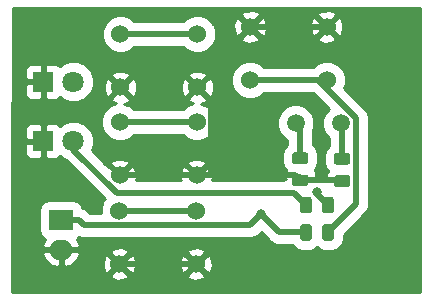
<source format=gbr>
G04 #@! TF.GenerationSoftware,KiCad,Pcbnew,(5.0.0)*
G04 #@! TF.CreationDate,2018-10-04T10:38:30-06:00*
G04 #@! TF.ProjectId,Medidor_lata,4D656469646F725F6C6174612E6B6963,rev?*
G04 #@! TF.SameCoordinates,Original*
G04 #@! TF.FileFunction,Copper,L1,Top,Signal*
G04 #@! TF.FilePolarity,Positive*
%FSLAX46Y46*%
G04 Gerber Fmt 4.6, Leading zero omitted, Abs format (unit mm)*
G04 Created by KiCad (PCBNEW (5.0.0)) date 10/04/18 10:38:30*
%MOMM*%
%LPD*%
G01*
G04 APERTURE LIST*
G04 #@! TA.AperFunction,ComponentPad*
%ADD10R,1.800000X1.800000*%
G04 #@! TD*
G04 #@! TA.AperFunction,ComponentPad*
%ADD11C,1.800000*%
G04 #@! TD*
G04 #@! TA.AperFunction,Conductor*
%ADD12C,0.100000*%
G04 #@! TD*
G04 #@! TA.AperFunction,SMDPad,CuDef*
%ADD13C,0.975000*%
G04 #@! TD*
G04 #@! TA.AperFunction,ComponentPad*
%ADD14C,1.524000*%
G04 #@! TD*
G04 #@! TA.AperFunction,ComponentPad*
%ADD15R,2.000000X1.700000*%
G04 #@! TD*
G04 #@! TA.AperFunction,ComponentPad*
%ADD16O,2.000000X1.700000*%
G04 #@! TD*
G04 #@! TA.AperFunction,ComponentPad*
%ADD17C,1.500000*%
G04 #@! TD*
G04 #@! TA.AperFunction,ViaPad*
%ADD18C,0.800000*%
G04 #@! TD*
G04 #@! TA.AperFunction,Conductor*
%ADD19C,0.500000*%
G04 #@! TD*
G04 #@! TA.AperFunction,Conductor*
%ADD20C,0.254000*%
G04 #@! TD*
G04 APERTURE END LIST*
D10*
G04 #@! TO.P,D2,1*
G04 #@! TO.N,GND*
X131801000Y-89941400D03*
D11*
G04 #@! TO.P,D2,2*
G04 #@! TO.N,Net-(D2-Pad2)*
X134341000Y-89941400D03*
G04 #@! TD*
D12*
G04 #@! TO.N,Net-(C2-Pad2)*
G04 #@! TO.C,C2*
G36*
X154023142Y-95934374D02*
X154046803Y-95937884D01*
X154070007Y-95943696D01*
X154092529Y-95951754D01*
X154114153Y-95961982D01*
X154134670Y-95974279D01*
X154153883Y-95988529D01*
X154171607Y-96004593D01*
X154187671Y-96022317D01*
X154201921Y-96041530D01*
X154214218Y-96062047D01*
X154224446Y-96083671D01*
X154232504Y-96106193D01*
X154238316Y-96129397D01*
X154241826Y-96153058D01*
X154243000Y-96176950D01*
X154243000Y-96664450D01*
X154241826Y-96688342D01*
X154238316Y-96712003D01*
X154232504Y-96735207D01*
X154224446Y-96757729D01*
X154214218Y-96779353D01*
X154201921Y-96799870D01*
X154187671Y-96819083D01*
X154171607Y-96836807D01*
X154153883Y-96852871D01*
X154134670Y-96867121D01*
X154114153Y-96879418D01*
X154092529Y-96889646D01*
X154070007Y-96897704D01*
X154046803Y-96903516D01*
X154023142Y-96907026D01*
X153999250Y-96908200D01*
X153086750Y-96908200D01*
X153062858Y-96907026D01*
X153039197Y-96903516D01*
X153015993Y-96897704D01*
X152993471Y-96889646D01*
X152971847Y-96879418D01*
X152951330Y-96867121D01*
X152932117Y-96852871D01*
X152914393Y-96836807D01*
X152898329Y-96819083D01*
X152884079Y-96799870D01*
X152871782Y-96779353D01*
X152861554Y-96757729D01*
X152853496Y-96735207D01*
X152847684Y-96712003D01*
X152844174Y-96688342D01*
X152843000Y-96664450D01*
X152843000Y-96176950D01*
X152844174Y-96153058D01*
X152847684Y-96129397D01*
X152853496Y-96106193D01*
X152861554Y-96083671D01*
X152871782Y-96062047D01*
X152884079Y-96041530D01*
X152898329Y-96022317D01*
X152914393Y-96004593D01*
X152932117Y-95988529D01*
X152951330Y-95974279D01*
X152971847Y-95961982D01*
X152993471Y-95951754D01*
X153015993Y-95943696D01*
X153039197Y-95937884D01*
X153062858Y-95934374D01*
X153086750Y-95933200D01*
X153999250Y-95933200D01*
X154023142Y-95934374D01*
X154023142Y-95934374D01*
G37*
D13*
G04 #@! TD*
G04 #@! TO.P,C2,2*
G04 #@! TO.N,Net-(C2-Pad2)*
X153543000Y-96420700D03*
D12*
G04 #@! TO.N,GND*
G04 #@! TO.C,C2*
G36*
X154023142Y-97809374D02*
X154046803Y-97812884D01*
X154070007Y-97818696D01*
X154092529Y-97826754D01*
X154114153Y-97836982D01*
X154134670Y-97849279D01*
X154153883Y-97863529D01*
X154171607Y-97879593D01*
X154187671Y-97897317D01*
X154201921Y-97916530D01*
X154214218Y-97937047D01*
X154224446Y-97958671D01*
X154232504Y-97981193D01*
X154238316Y-98004397D01*
X154241826Y-98028058D01*
X154243000Y-98051950D01*
X154243000Y-98539450D01*
X154241826Y-98563342D01*
X154238316Y-98587003D01*
X154232504Y-98610207D01*
X154224446Y-98632729D01*
X154214218Y-98654353D01*
X154201921Y-98674870D01*
X154187671Y-98694083D01*
X154171607Y-98711807D01*
X154153883Y-98727871D01*
X154134670Y-98742121D01*
X154114153Y-98754418D01*
X154092529Y-98764646D01*
X154070007Y-98772704D01*
X154046803Y-98778516D01*
X154023142Y-98782026D01*
X153999250Y-98783200D01*
X153086750Y-98783200D01*
X153062858Y-98782026D01*
X153039197Y-98778516D01*
X153015993Y-98772704D01*
X152993471Y-98764646D01*
X152971847Y-98754418D01*
X152951330Y-98742121D01*
X152932117Y-98727871D01*
X152914393Y-98711807D01*
X152898329Y-98694083D01*
X152884079Y-98674870D01*
X152871782Y-98654353D01*
X152861554Y-98632729D01*
X152853496Y-98610207D01*
X152847684Y-98587003D01*
X152844174Y-98563342D01*
X152843000Y-98539450D01*
X152843000Y-98051950D01*
X152844174Y-98028058D01*
X152847684Y-98004397D01*
X152853496Y-97981193D01*
X152861554Y-97958671D01*
X152871782Y-97937047D01*
X152884079Y-97916530D01*
X152898329Y-97897317D01*
X152914393Y-97879593D01*
X152932117Y-97863529D01*
X152951330Y-97849279D01*
X152971847Y-97836982D01*
X152993471Y-97826754D01*
X153015993Y-97818696D01*
X153039197Y-97812884D01*
X153062858Y-97809374D01*
X153086750Y-97808200D01*
X153999250Y-97808200D01*
X154023142Y-97809374D01*
X154023142Y-97809374D01*
G37*
D13*
G04 #@! TD*
G04 #@! TO.P,C2,1*
G04 #@! TO.N,GND*
X153543000Y-98295700D03*
D12*
G04 #@! TO.N,GND*
G04 #@! TO.C,C1*
G36*
X157579142Y-97860174D02*
X157602803Y-97863684D01*
X157626007Y-97869496D01*
X157648529Y-97877554D01*
X157670153Y-97887782D01*
X157690670Y-97900079D01*
X157709883Y-97914329D01*
X157727607Y-97930393D01*
X157743671Y-97948117D01*
X157757921Y-97967330D01*
X157770218Y-97987847D01*
X157780446Y-98009471D01*
X157788504Y-98031993D01*
X157794316Y-98055197D01*
X157797826Y-98078858D01*
X157799000Y-98102750D01*
X157799000Y-98590250D01*
X157797826Y-98614142D01*
X157794316Y-98637803D01*
X157788504Y-98661007D01*
X157780446Y-98683529D01*
X157770218Y-98705153D01*
X157757921Y-98725670D01*
X157743671Y-98744883D01*
X157727607Y-98762607D01*
X157709883Y-98778671D01*
X157690670Y-98792921D01*
X157670153Y-98805218D01*
X157648529Y-98815446D01*
X157626007Y-98823504D01*
X157602803Y-98829316D01*
X157579142Y-98832826D01*
X157555250Y-98834000D01*
X156642750Y-98834000D01*
X156618858Y-98832826D01*
X156595197Y-98829316D01*
X156571993Y-98823504D01*
X156549471Y-98815446D01*
X156527847Y-98805218D01*
X156507330Y-98792921D01*
X156488117Y-98778671D01*
X156470393Y-98762607D01*
X156454329Y-98744883D01*
X156440079Y-98725670D01*
X156427782Y-98705153D01*
X156417554Y-98683529D01*
X156409496Y-98661007D01*
X156403684Y-98637803D01*
X156400174Y-98614142D01*
X156399000Y-98590250D01*
X156399000Y-98102750D01*
X156400174Y-98078858D01*
X156403684Y-98055197D01*
X156409496Y-98031993D01*
X156417554Y-98009471D01*
X156427782Y-97987847D01*
X156440079Y-97967330D01*
X156454329Y-97948117D01*
X156470393Y-97930393D01*
X156488117Y-97914329D01*
X156507330Y-97900079D01*
X156527847Y-97887782D01*
X156549471Y-97877554D01*
X156571993Y-97869496D01*
X156595197Y-97863684D01*
X156618858Y-97860174D01*
X156642750Y-97859000D01*
X157555250Y-97859000D01*
X157579142Y-97860174D01*
X157579142Y-97860174D01*
G37*
D13*
G04 #@! TD*
G04 #@! TO.P,C1,1*
G04 #@! TO.N,GND*
X157099000Y-98346500D03*
D12*
G04 #@! TO.N,Net-(C1-Pad2)*
G04 #@! TO.C,C1*
G36*
X157579142Y-95985174D02*
X157602803Y-95988684D01*
X157626007Y-95994496D01*
X157648529Y-96002554D01*
X157670153Y-96012782D01*
X157690670Y-96025079D01*
X157709883Y-96039329D01*
X157727607Y-96055393D01*
X157743671Y-96073117D01*
X157757921Y-96092330D01*
X157770218Y-96112847D01*
X157780446Y-96134471D01*
X157788504Y-96156993D01*
X157794316Y-96180197D01*
X157797826Y-96203858D01*
X157799000Y-96227750D01*
X157799000Y-96715250D01*
X157797826Y-96739142D01*
X157794316Y-96762803D01*
X157788504Y-96786007D01*
X157780446Y-96808529D01*
X157770218Y-96830153D01*
X157757921Y-96850670D01*
X157743671Y-96869883D01*
X157727607Y-96887607D01*
X157709883Y-96903671D01*
X157690670Y-96917921D01*
X157670153Y-96930218D01*
X157648529Y-96940446D01*
X157626007Y-96948504D01*
X157602803Y-96954316D01*
X157579142Y-96957826D01*
X157555250Y-96959000D01*
X156642750Y-96959000D01*
X156618858Y-96957826D01*
X156595197Y-96954316D01*
X156571993Y-96948504D01*
X156549471Y-96940446D01*
X156527847Y-96930218D01*
X156507330Y-96917921D01*
X156488117Y-96903671D01*
X156470393Y-96887607D01*
X156454329Y-96869883D01*
X156440079Y-96850670D01*
X156427782Y-96830153D01*
X156417554Y-96808529D01*
X156409496Y-96786007D01*
X156403684Y-96762803D01*
X156400174Y-96739142D01*
X156399000Y-96715250D01*
X156399000Y-96227750D01*
X156400174Y-96203858D01*
X156403684Y-96180197D01*
X156409496Y-96156993D01*
X156417554Y-96134471D01*
X156427782Y-96112847D01*
X156440079Y-96092330D01*
X156454329Y-96073117D01*
X156470393Y-96055393D01*
X156488117Y-96039329D01*
X156507330Y-96025079D01*
X156527847Y-96012782D01*
X156549471Y-96002554D01*
X156571993Y-95994496D01*
X156595197Y-95988684D01*
X156618858Y-95985174D01*
X156642750Y-95984000D01*
X157555250Y-95984000D01*
X157579142Y-95985174D01*
X157579142Y-95985174D01*
G37*
D13*
G04 #@! TD*
G04 #@! TO.P,C1,2*
G04 #@! TO.N,Net-(C1-Pad2)*
X157099000Y-96471500D03*
D14*
G04 #@! TO.P,Sw4,1*
G04 #@! TO.N,Net-(Sw4-Pad1)*
X138330000Y-85913400D03*
X144830000Y-85913400D03*
G04 #@! TO.P,Sw4,2*
G04 #@! TO.N,GND*
X144830000Y-90413400D03*
X138330000Y-90413400D03*
G04 #@! TD*
G04 #@! TO.P,Sw3,2*
G04 #@! TO.N,GND*
X138279000Y-97855600D03*
X144779000Y-97855600D03*
G04 #@! TO.P,Sw3,1*
G04 #@! TO.N,Net-(Sw3-Pad1)*
X144779000Y-93355600D03*
X138279000Y-93355600D03*
G04 #@! TD*
G04 #@! TO.P,Sw2,1*
G04 #@! TO.N,Net-(Sw2-Pad1)*
X138228000Y-100874000D03*
X144728000Y-100874000D03*
G04 #@! TO.P,Sw2,2*
G04 #@! TO.N,GND*
X144728000Y-105374000D03*
X138228000Y-105374000D03*
G04 #@! TD*
D10*
G04 #@! TO.P,D1,1*
G04 #@! TO.N,GND*
X131801000Y-94970600D03*
D11*
G04 #@! TO.P,D1,2*
G04 #@! TO.N,Net-(D1-Pad2)*
X134341000Y-94970600D03*
G04 #@! TD*
D15*
G04 #@! TO.P,J1,1*
G04 #@! TO.N,+5V*
X133299000Y-101651000D03*
D16*
G04 #@! TO.P,J1,2*
G04 #@! TO.N,GND*
X133299000Y-104151000D03*
G04 #@! TD*
D12*
G04 #@! TO.N,+5V*
G04 #@! TO.C,R1*
G36*
X154295142Y-101993174D02*
X154318803Y-101996684D01*
X154342007Y-102002496D01*
X154364529Y-102010554D01*
X154386153Y-102020782D01*
X154406670Y-102033079D01*
X154425883Y-102047329D01*
X154443607Y-102063393D01*
X154459671Y-102081117D01*
X154473921Y-102100330D01*
X154486218Y-102120847D01*
X154496446Y-102142471D01*
X154504504Y-102164993D01*
X154510316Y-102188197D01*
X154513826Y-102211858D01*
X154515000Y-102235750D01*
X154515000Y-103148250D01*
X154513826Y-103172142D01*
X154510316Y-103195803D01*
X154504504Y-103219007D01*
X154496446Y-103241529D01*
X154486218Y-103263153D01*
X154473921Y-103283670D01*
X154459671Y-103302883D01*
X154443607Y-103320607D01*
X154425883Y-103336671D01*
X154406670Y-103350921D01*
X154386153Y-103363218D01*
X154364529Y-103373446D01*
X154342007Y-103381504D01*
X154318803Y-103387316D01*
X154295142Y-103390826D01*
X154271250Y-103392000D01*
X153783750Y-103392000D01*
X153759858Y-103390826D01*
X153736197Y-103387316D01*
X153712993Y-103381504D01*
X153690471Y-103373446D01*
X153668847Y-103363218D01*
X153648330Y-103350921D01*
X153629117Y-103336671D01*
X153611393Y-103320607D01*
X153595329Y-103302883D01*
X153581079Y-103283670D01*
X153568782Y-103263153D01*
X153558554Y-103241529D01*
X153550496Y-103219007D01*
X153544684Y-103195803D01*
X153541174Y-103172142D01*
X153540000Y-103148250D01*
X153540000Y-102235750D01*
X153541174Y-102211858D01*
X153544684Y-102188197D01*
X153550496Y-102164993D01*
X153558554Y-102142471D01*
X153568782Y-102120847D01*
X153581079Y-102100330D01*
X153595329Y-102081117D01*
X153611393Y-102063393D01*
X153629117Y-102047329D01*
X153648330Y-102033079D01*
X153668847Y-102020782D01*
X153690471Y-102010554D01*
X153712993Y-102002496D01*
X153736197Y-101996684D01*
X153759858Y-101993174D01*
X153783750Y-101992000D01*
X154271250Y-101992000D01*
X154295142Y-101993174D01*
X154295142Y-101993174D01*
G37*
D13*
G04 #@! TD*
G04 #@! TO.P,R1,1*
G04 #@! TO.N,+5V*
X154027500Y-102692000D03*
D12*
G04 #@! TO.N,Net-(R1-Pad2)*
G04 #@! TO.C,R1*
G36*
X156170142Y-101993174D02*
X156193803Y-101996684D01*
X156217007Y-102002496D01*
X156239529Y-102010554D01*
X156261153Y-102020782D01*
X156281670Y-102033079D01*
X156300883Y-102047329D01*
X156318607Y-102063393D01*
X156334671Y-102081117D01*
X156348921Y-102100330D01*
X156361218Y-102120847D01*
X156371446Y-102142471D01*
X156379504Y-102164993D01*
X156385316Y-102188197D01*
X156388826Y-102211858D01*
X156390000Y-102235750D01*
X156390000Y-103148250D01*
X156388826Y-103172142D01*
X156385316Y-103195803D01*
X156379504Y-103219007D01*
X156371446Y-103241529D01*
X156361218Y-103263153D01*
X156348921Y-103283670D01*
X156334671Y-103302883D01*
X156318607Y-103320607D01*
X156300883Y-103336671D01*
X156281670Y-103350921D01*
X156261153Y-103363218D01*
X156239529Y-103373446D01*
X156217007Y-103381504D01*
X156193803Y-103387316D01*
X156170142Y-103390826D01*
X156146250Y-103392000D01*
X155658750Y-103392000D01*
X155634858Y-103390826D01*
X155611197Y-103387316D01*
X155587993Y-103381504D01*
X155565471Y-103373446D01*
X155543847Y-103363218D01*
X155523330Y-103350921D01*
X155504117Y-103336671D01*
X155486393Y-103320607D01*
X155470329Y-103302883D01*
X155456079Y-103283670D01*
X155443782Y-103263153D01*
X155433554Y-103241529D01*
X155425496Y-103219007D01*
X155419684Y-103195803D01*
X155416174Y-103172142D01*
X155415000Y-103148250D01*
X155415000Y-102235750D01*
X155416174Y-102211858D01*
X155419684Y-102188197D01*
X155425496Y-102164993D01*
X155433554Y-102142471D01*
X155443782Y-102120847D01*
X155456079Y-102100330D01*
X155470329Y-102081117D01*
X155486393Y-102063393D01*
X155504117Y-102047329D01*
X155523330Y-102033079D01*
X155543847Y-102020782D01*
X155565471Y-102010554D01*
X155587993Y-102002496D01*
X155611197Y-101996684D01*
X155634858Y-101993174D01*
X155658750Y-101992000D01*
X156146250Y-101992000D01*
X156170142Y-101993174D01*
X156170142Y-101993174D01*
G37*
D13*
G04 #@! TD*
G04 #@! TO.P,R1,2*
G04 #@! TO.N,Net-(R1-Pad2)*
X155902500Y-102692000D03*
D12*
G04 #@! TO.N,Net-(R2-Pad2)*
G04 #@! TO.C,R2*
G36*
X156170142Y-99682174D02*
X156193803Y-99685684D01*
X156217007Y-99691496D01*
X156239529Y-99699554D01*
X156261153Y-99709782D01*
X156281670Y-99722079D01*
X156300883Y-99736329D01*
X156318607Y-99752393D01*
X156334671Y-99770117D01*
X156348921Y-99789330D01*
X156361218Y-99809847D01*
X156371446Y-99831471D01*
X156379504Y-99853993D01*
X156385316Y-99877197D01*
X156388826Y-99900858D01*
X156390000Y-99924750D01*
X156390000Y-100837250D01*
X156388826Y-100861142D01*
X156385316Y-100884803D01*
X156379504Y-100908007D01*
X156371446Y-100930529D01*
X156361218Y-100952153D01*
X156348921Y-100972670D01*
X156334671Y-100991883D01*
X156318607Y-101009607D01*
X156300883Y-101025671D01*
X156281670Y-101039921D01*
X156261153Y-101052218D01*
X156239529Y-101062446D01*
X156217007Y-101070504D01*
X156193803Y-101076316D01*
X156170142Y-101079826D01*
X156146250Y-101081000D01*
X155658750Y-101081000D01*
X155634858Y-101079826D01*
X155611197Y-101076316D01*
X155587993Y-101070504D01*
X155565471Y-101062446D01*
X155543847Y-101052218D01*
X155523330Y-101039921D01*
X155504117Y-101025671D01*
X155486393Y-101009607D01*
X155470329Y-100991883D01*
X155456079Y-100972670D01*
X155443782Y-100952153D01*
X155433554Y-100930529D01*
X155425496Y-100908007D01*
X155419684Y-100884803D01*
X155416174Y-100861142D01*
X155415000Y-100837250D01*
X155415000Y-99924750D01*
X155416174Y-99900858D01*
X155419684Y-99877197D01*
X155425496Y-99853993D01*
X155433554Y-99831471D01*
X155443782Y-99809847D01*
X155456079Y-99789330D01*
X155470329Y-99770117D01*
X155486393Y-99752393D01*
X155504117Y-99736329D01*
X155523330Y-99722079D01*
X155543847Y-99709782D01*
X155565471Y-99699554D01*
X155587993Y-99691496D01*
X155611197Y-99685684D01*
X155634858Y-99682174D01*
X155658750Y-99681000D01*
X156146250Y-99681000D01*
X156170142Y-99682174D01*
X156170142Y-99682174D01*
G37*
D13*
G04 #@! TD*
G04 #@! TO.P,R2,2*
G04 #@! TO.N,Net-(R2-Pad2)*
X155902500Y-100381000D03*
D12*
G04 #@! TO.N,Net-(D1-Pad2)*
G04 #@! TO.C,R2*
G36*
X154295142Y-99682174D02*
X154318803Y-99685684D01*
X154342007Y-99691496D01*
X154364529Y-99699554D01*
X154386153Y-99709782D01*
X154406670Y-99722079D01*
X154425883Y-99736329D01*
X154443607Y-99752393D01*
X154459671Y-99770117D01*
X154473921Y-99789330D01*
X154486218Y-99809847D01*
X154496446Y-99831471D01*
X154504504Y-99853993D01*
X154510316Y-99877197D01*
X154513826Y-99900858D01*
X154515000Y-99924750D01*
X154515000Y-100837250D01*
X154513826Y-100861142D01*
X154510316Y-100884803D01*
X154504504Y-100908007D01*
X154496446Y-100930529D01*
X154486218Y-100952153D01*
X154473921Y-100972670D01*
X154459671Y-100991883D01*
X154443607Y-101009607D01*
X154425883Y-101025671D01*
X154406670Y-101039921D01*
X154386153Y-101052218D01*
X154364529Y-101062446D01*
X154342007Y-101070504D01*
X154318803Y-101076316D01*
X154295142Y-101079826D01*
X154271250Y-101081000D01*
X153783750Y-101081000D01*
X153759858Y-101079826D01*
X153736197Y-101076316D01*
X153712993Y-101070504D01*
X153690471Y-101062446D01*
X153668847Y-101052218D01*
X153648330Y-101039921D01*
X153629117Y-101025671D01*
X153611393Y-101009607D01*
X153595329Y-100991883D01*
X153581079Y-100972670D01*
X153568782Y-100952153D01*
X153558554Y-100930529D01*
X153550496Y-100908007D01*
X153544684Y-100884803D01*
X153541174Y-100861142D01*
X153540000Y-100837250D01*
X153540000Y-99924750D01*
X153541174Y-99900858D01*
X153544684Y-99877197D01*
X153550496Y-99853993D01*
X153558554Y-99831471D01*
X153568782Y-99809847D01*
X153581079Y-99789330D01*
X153595329Y-99770117D01*
X153611393Y-99752393D01*
X153629117Y-99736329D01*
X153648330Y-99722079D01*
X153668847Y-99709782D01*
X153690471Y-99699554D01*
X153712993Y-99691496D01*
X153736197Y-99685684D01*
X153759858Y-99682174D01*
X153783750Y-99681000D01*
X154271250Y-99681000D01*
X154295142Y-99682174D01*
X154295142Y-99682174D01*
G37*
D13*
G04 #@! TD*
G04 #@! TO.P,R2,1*
G04 #@! TO.N,Net-(D1-Pad2)*
X154027500Y-100381000D03*
D14*
G04 #@! TO.P,Sw1,1*
G04 #@! TO.N,Net-(R1-Pad2)*
X149302000Y-89803800D03*
X155802000Y-89803800D03*
G04 #@! TO.P,Sw1,2*
G04 #@! TO.N,GND*
X155802000Y-85303800D03*
X149302000Y-85303800D03*
G04 #@! TD*
D17*
G04 #@! TO.P,Y1,1*
G04 #@! TO.N,Net-(C1-Pad2)*
X156972000Y-93446600D03*
G04 #@! TO.P,Y1,2*
G04 #@! TO.N,Net-(C2-Pad2)*
X153172000Y-93446600D03*
G04 #@! TD*
D18*
G04 #@! TO.N,+5V*
X150201700Y-101182000D03*
G04 #@! TO.N,Net-(R2-Pad2)*
X155003600Y-99313700D03*
G04 #@! TD*
D19*
G04 #@! TO.N,+5V*
X134799000Y-101651000D02*
X135259300Y-102111300D01*
X135259300Y-102111300D02*
X149272400Y-102111300D01*
X149272400Y-102111300D02*
X150201700Y-101182000D01*
X154027500Y-102692000D02*
X151711700Y-102692000D01*
X151711700Y-102692000D02*
X150201700Y-101182000D01*
X133299000Y-101651000D02*
X134799000Y-101651000D01*
G04 #@! TO.N,GND*
X153543000Y-98295700D02*
X157048200Y-98295700D01*
X157048200Y-98295700D02*
X157099000Y-98346500D01*
X146015000Y-97855600D02*
X153102900Y-97855600D01*
X153102900Y-97855600D02*
X153543000Y-98295700D01*
X138228000Y-105374000D02*
X144728000Y-105374000D01*
X144779000Y-97855600D02*
X146015000Y-97855600D01*
X146015000Y-97855600D02*
X146015000Y-91598400D01*
X146015000Y-91598400D02*
X144830000Y-90413400D01*
X138279000Y-97855600D02*
X144779000Y-97855600D01*
X149302000Y-85303800D02*
X155802000Y-85303800D01*
G04 #@! TO.N,Net-(R1-Pad2)*
X154836700Y-89803800D02*
X155802000Y-89803800D01*
X149302000Y-89803800D02*
X154836700Y-89803800D01*
X154836700Y-89803800D02*
X155088500Y-89803800D01*
X155088500Y-89803800D02*
X158278300Y-92993600D01*
X158278300Y-92993600D02*
X158278300Y-100316200D01*
X158278300Y-100316200D02*
X155902500Y-102692000D01*
G04 #@! TO.N,Net-(C1-Pad2)*
X156972000Y-93446600D02*
X157099000Y-93573600D01*
X157099000Y-93573600D02*
X157099000Y-96471500D01*
G04 #@! TO.N,Net-(C2-Pad2)*
X153172000Y-93446600D02*
X153543000Y-93817600D01*
X153543000Y-93817600D02*
X153543000Y-96420700D01*
G04 #@! TO.N,Net-(R2-Pad2)*
X155902500Y-100381000D02*
X155003600Y-99482100D01*
X155003600Y-99482100D02*
X155003600Y-99313700D01*
G04 #@! TO.N,Net-(D1-Pad2)*
X154027500Y-100381000D02*
X152996700Y-99350200D01*
X152996700Y-99350200D02*
X137997000Y-99350200D01*
X137997000Y-99350200D02*
X134341000Y-95694200D01*
X134341000Y-95694200D02*
X134341000Y-94970600D01*
G04 #@! TO.N,Net-(Sw2-Pad1)*
X144728000Y-100874000D02*
X138228000Y-100874000D01*
G04 #@! TO.N,Net-(Sw4-Pad1)*
X144830000Y-85913400D02*
X138330000Y-85913400D01*
G04 #@! TO.N,Net-(Sw3-Pad1)*
X138279000Y-93355600D02*
X144779000Y-93355600D01*
G04 #@! TD*
D20*
G04 #@! TO.N,GND*
G36*
X163673000Y-107773000D02*
X129127524Y-107773000D01*
X129133362Y-106354213D01*
X137427392Y-106354213D01*
X137496857Y-106596397D01*
X138020302Y-106783144D01*
X138575368Y-106755362D01*
X138959143Y-106596397D01*
X139028608Y-106354213D01*
X143927392Y-106354213D01*
X143996857Y-106596397D01*
X144520302Y-106783144D01*
X145075368Y-106755362D01*
X145459143Y-106596397D01*
X145528608Y-106354213D01*
X144728000Y-105553605D01*
X143927392Y-106354213D01*
X139028608Y-106354213D01*
X138228000Y-105553605D01*
X137427392Y-106354213D01*
X129133362Y-106354213D01*
X129140960Y-104507890D01*
X131707524Y-104507890D01*
X131709447Y-104520260D01*
X131960336Y-105043045D01*
X132392188Y-105430024D01*
X132939258Y-105622284D01*
X133172000Y-105478231D01*
X133172000Y-104278000D01*
X133426000Y-104278000D01*
X133426000Y-105478231D01*
X133658742Y-105622284D01*
X134205812Y-105430024D01*
X134500114Y-105166302D01*
X136818856Y-105166302D01*
X136846638Y-105721368D01*
X137005603Y-106105143D01*
X137247787Y-106174608D01*
X138048395Y-105374000D01*
X138407605Y-105374000D01*
X139208213Y-106174608D01*
X139450397Y-106105143D01*
X139637144Y-105581698D01*
X139616353Y-105166302D01*
X143318856Y-105166302D01*
X143346638Y-105721368D01*
X143505603Y-106105143D01*
X143747787Y-106174608D01*
X144548395Y-105374000D01*
X144907605Y-105374000D01*
X145708213Y-106174608D01*
X145950397Y-106105143D01*
X146137144Y-105581698D01*
X146109362Y-105026632D01*
X145950397Y-104642857D01*
X145708213Y-104573392D01*
X144907605Y-105374000D01*
X144548395Y-105374000D01*
X143747787Y-104573392D01*
X143505603Y-104642857D01*
X143318856Y-105166302D01*
X139616353Y-105166302D01*
X139609362Y-105026632D01*
X139450397Y-104642857D01*
X139208213Y-104573392D01*
X138407605Y-105374000D01*
X138048395Y-105374000D01*
X137247787Y-104573392D01*
X137005603Y-104642857D01*
X136818856Y-105166302D01*
X134500114Y-105166302D01*
X134637664Y-105043045D01*
X134888553Y-104520260D01*
X134890476Y-104507890D01*
X134830260Y-104393787D01*
X137427392Y-104393787D01*
X138228000Y-105194395D01*
X139028608Y-104393787D01*
X143927392Y-104393787D01*
X144728000Y-105194395D01*
X145528608Y-104393787D01*
X145459143Y-104151603D01*
X144935698Y-103964856D01*
X144380632Y-103992638D01*
X143996857Y-104151603D01*
X143927392Y-104393787D01*
X139028608Y-104393787D01*
X138959143Y-104151603D01*
X138435698Y-103964856D01*
X137880632Y-103992638D01*
X137496857Y-104151603D01*
X137427392Y-104393787D01*
X134830260Y-104393787D01*
X134769155Y-104278000D01*
X133426000Y-104278000D01*
X133172000Y-104278000D01*
X131828845Y-104278000D01*
X131707524Y-104507890D01*
X129140960Y-104507890D01*
X129156214Y-100801000D01*
X131455799Y-100801000D01*
X131455799Y-102501000D01*
X131519984Y-102823679D01*
X131702767Y-103097233D01*
X131956564Y-103266815D01*
X131709447Y-103781740D01*
X131707524Y-103794110D01*
X131828845Y-104024000D01*
X133172000Y-104024000D01*
X133172000Y-104004000D01*
X133426000Y-104004000D01*
X133426000Y-104024000D01*
X134769155Y-104024000D01*
X134890476Y-103794110D01*
X134888553Y-103781740D01*
X134641436Y-103266815D01*
X134849392Y-103127863D01*
X134902077Y-103138343D01*
X135153228Y-103188300D01*
X135153232Y-103188300D01*
X135259300Y-103209398D01*
X135365368Y-103188300D01*
X149166334Y-103188300D01*
X149272400Y-103209398D01*
X149378466Y-103188300D01*
X149378472Y-103188300D01*
X149692624Y-103125811D01*
X150048873Y-102887773D01*
X150108959Y-102797849D01*
X150201700Y-102705107D01*
X150875143Y-103378551D01*
X150935227Y-103468473D01*
X151025149Y-103528557D01*
X151049470Y-103544808D01*
X151291476Y-103706511D01*
X151605628Y-103769000D01*
X151605633Y-103769000D01*
X151711699Y-103790098D01*
X151817766Y-103769000D01*
X152916376Y-103769000D01*
X153015160Y-103916840D01*
X153367792Y-104152462D01*
X153783750Y-104235201D01*
X154271250Y-104235201D01*
X154687208Y-104152462D01*
X154965000Y-103966847D01*
X155242792Y-104152462D01*
X155658750Y-104235201D01*
X156146250Y-104235201D01*
X156562208Y-104152462D01*
X156914840Y-103916840D01*
X157150462Y-103564208D01*
X157233201Y-103148250D01*
X157233201Y-102884406D01*
X158964851Y-101152757D01*
X159054773Y-101092673D01*
X159200886Y-100874000D01*
X159292811Y-100736425D01*
X159331743Y-100540700D01*
X159355300Y-100422272D01*
X159355300Y-100422268D01*
X159376398Y-100316200D01*
X159355300Y-100210132D01*
X159355300Y-93099666D01*
X159376398Y-92993599D01*
X159355300Y-92887533D01*
X159355300Y-92887528D01*
X159292811Y-92573376D01*
X159054773Y-92217127D01*
X158964851Y-92157044D01*
X157255296Y-90447489D01*
X157391000Y-90119872D01*
X157391000Y-89487728D01*
X157149089Y-88903704D01*
X156702096Y-88456711D01*
X156118072Y-88214800D01*
X155485928Y-88214800D01*
X154901904Y-88456711D01*
X154631815Y-88726800D01*
X150472185Y-88726800D01*
X150202096Y-88456711D01*
X149618072Y-88214800D01*
X148985928Y-88214800D01*
X148401904Y-88456711D01*
X147954911Y-88903704D01*
X147713000Y-89487728D01*
X147713000Y-90119872D01*
X147954911Y-90703896D01*
X148401904Y-91150889D01*
X148985928Y-91392800D01*
X149618072Y-91392800D01*
X150202096Y-91150889D01*
X150472185Y-90880800D01*
X154631815Y-90880800D01*
X154901904Y-91150889D01*
X154919961Y-91158369D01*
X155974989Y-92213396D01*
X155635084Y-92553301D01*
X155395000Y-93132915D01*
X155395000Y-93760285D01*
X155635084Y-94339899D01*
X156022000Y-94726815D01*
X156022001Y-95360376D01*
X155874160Y-95459160D01*
X155638538Y-95811792D01*
X155555799Y-96227750D01*
X155555799Y-96715250D01*
X155638538Y-97131208D01*
X155874160Y-97483840D01*
X155875344Y-97484631D01*
X155860673Y-97499302D01*
X155764000Y-97732691D01*
X155764000Y-98060750D01*
X155922748Y-98219498D01*
X155764000Y-98219498D01*
X155764000Y-98338861D01*
X155698639Y-98273500D01*
X155247665Y-98086700D01*
X154801250Y-98086700D01*
X154878000Y-98009950D01*
X154878000Y-97681891D01*
X154781327Y-97448502D01*
X154766656Y-97433831D01*
X154767840Y-97433040D01*
X155003462Y-97080408D01*
X155086201Y-96664450D01*
X155086201Y-96176950D01*
X155003462Y-95760992D01*
X154767840Y-95408360D01*
X154620000Y-95309576D01*
X154620000Y-94071719D01*
X154749000Y-93760285D01*
X154749000Y-93132915D01*
X154508916Y-92553301D01*
X154065299Y-92109684D01*
X153485685Y-91869600D01*
X152858315Y-91869600D01*
X152278701Y-92109684D01*
X151835084Y-92553301D01*
X151595000Y-93132915D01*
X151595000Y-93760285D01*
X151835084Y-94339899D01*
X152278701Y-94783516D01*
X152466000Y-94861098D01*
X152466001Y-95309576D01*
X152318160Y-95408360D01*
X152082538Y-95760992D01*
X151999799Y-96176950D01*
X151999799Y-96664450D01*
X152082538Y-97080408D01*
X152318160Y-97433040D01*
X152319344Y-97433831D01*
X152304673Y-97448502D01*
X152208000Y-97681891D01*
X152208000Y-98009950D01*
X152366748Y-98168698D01*
X152208000Y-98168698D01*
X152208000Y-98273200D01*
X146113258Y-98273200D01*
X146188144Y-98063298D01*
X146160362Y-97508232D01*
X146001397Y-97124457D01*
X145759213Y-97054992D01*
X144958605Y-97855600D01*
X144972748Y-97869743D01*
X144793143Y-98049348D01*
X144779000Y-98035205D01*
X144764858Y-98049348D01*
X144585253Y-97869743D01*
X144599395Y-97855600D01*
X143798787Y-97054992D01*
X143556603Y-97124457D01*
X143369856Y-97647902D01*
X143397638Y-98202968D01*
X143426729Y-98273200D01*
X139613258Y-98273200D01*
X139688144Y-98063298D01*
X139660362Y-97508232D01*
X139501397Y-97124457D01*
X139259213Y-97054992D01*
X138458605Y-97855600D01*
X138472748Y-97869743D01*
X138293143Y-98049348D01*
X138279000Y-98035205D01*
X138264858Y-98049348D01*
X138085253Y-97869743D01*
X138099395Y-97855600D01*
X137298787Y-97054992D01*
X137241369Y-97071461D01*
X137045295Y-96875387D01*
X137478392Y-96875387D01*
X138279000Y-97675995D01*
X139079608Y-96875387D01*
X143978392Y-96875387D01*
X144779000Y-97675995D01*
X145579608Y-96875387D01*
X145510143Y-96633203D01*
X144986698Y-96446456D01*
X144431632Y-96474238D01*
X144047857Y-96633203D01*
X143978392Y-96875387D01*
X139079608Y-96875387D01*
X139010143Y-96633203D01*
X138486698Y-96446456D01*
X137931632Y-96474238D01*
X137547857Y-96633203D01*
X137478392Y-96875387D01*
X137045295Y-96875387D01*
X135896959Y-95727052D01*
X136068000Y-95314122D01*
X136068000Y-94627078D01*
X135805080Y-93992333D01*
X135319267Y-93506520D01*
X134684522Y-93243600D01*
X133997478Y-93243600D01*
X133362733Y-93506520D01*
X133198839Y-93670414D01*
X133060698Y-93532273D01*
X132827309Y-93435600D01*
X132086750Y-93435600D01*
X131928000Y-93594350D01*
X131928000Y-94843600D01*
X131948000Y-94843600D01*
X131948000Y-95097600D01*
X131928000Y-95097600D01*
X131928000Y-96346850D01*
X132086750Y-96505600D01*
X132827309Y-96505600D01*
X133060698Y-96408927D01*
X133198839Y-96270786D01*
X133362733Y-96434680D01*
X133696711Y-96573018D01*
X136989254Y-99865561D01*
X136880911Y-99973904D01*
X136639000Y-100557928D01*
X136639000Y-101034300D01*
X135705407Y-101034300D01*
X135635559Y-100964452D01*
X135575473Y-100874527D01*
X135219224Y-100636489D01*
X135104956Y-100613760D01*
X135078016Y-100478321D01*
X134895233Y-100204767D01*
X134621679Y-100021984D01*
X134299000Y-99957799D01*
X132299000Y-99957799D01*
X131976321Y-100021984D01*
X131702767Y-100204767D01*
X131519984Y-100478321D01*
X131455799Y-100801000D01*
X129156214Y-100801000D01*
X129179032Y-95256350D01*
X130266000Y-95256350D01*
X130266000Y-95996910D01*
X130362673Y-96230299D01*
X130541302Y-96408927D01*
X130774691Y-96505600D01*
X131515250Y-96505600D01*
X131674000Y-96346850D01*
X131674000Y-95097600D01*
X130424750Y-95097600D01*
X130266000Y-95256350D01*
X129179032Y-95256350D01*
X129184431Y-93944290D01*
X130266000Y-93944290D01*
X130266000Y-94684850D01*
X130424750Y-94843600D01*
X131674000Y-94843600D01*
X131674000Y-93594350D01*
X131515250Y-93435600D01*
X130774691Y-93435600D01*
X130541302Y-93532273D01*
X130362673Y-93710901D01*
X130266000Y-93944290D01*
X129184431Y-93944290D01*
X129188154Y-93039528D01*
X136690000Y-93039528D01*
X136690000Y-93671672D01*
X136931911Y-94255696D01*
X137378904Y-94702689D01*
X137962928Y-94944600D01*
X138595072Y-94944600D01*
X139179096Y-94702689D01*
X139449185Y-94432600D01*
X143608815Y-94432600D01*
X143878904Y-94702689D01*
X144462928Y-94944600D01*
X145095072Y-94944600D01*
X145679096Y-94702689D01*
X146126089Y-94255696D01*
X146368000Y-93671672D01*
X146368000Y-93039528D01*
X146126089Y-92455504D01*
X145679096Y-92008511D01*
X145164603Y-91795401D01*
X145177368Y-91794762D01*
X145561143Y-91635797D01*
X145630608Y-91393613D01*
X144830000Y-90593005D01*
X144029392Y-91393613D01*
X144098857Y-91635797D01*
X144465493Y-91766600D01*
X144462928Y-91766600D01*
X143878904Y-92008511D01*
X143608815Y-92278600D01*
X139449185Y-92278600D01*
X139179096Y-92008511D01*
X138664603Y-91795401D01*
X138677368Y-91794762D01*
X139061143Y-91635797D01*
X139130608Y-91393613D01*
X138330000Y-90593005D01*
X137529392Y-91393613D01*
X137598857Y-91635797D01*
X137965493Y-91766600D01*
X137962928Y-91766600D01*
X137378904Y-92008511D01*
X136931911Y-92455504D01*
X136690000Y-93039528D01*
X129188154Y-93039528D01*
X129199728Y-90227150D01*
X130266000Y-90227150D01*
X130266000Y-90967710D01*
X130362673Y-91201099D01*
X130541302Y-91379727D01*
X130774691Y-91476400D01*
X131515250Y-91476400D01*
X131674000Y-91317650D01*
X131674000Y-90068400D01*
X130424750Y-90068400D01*
X130266000Y-90227150D01*
X129199728Y-90227150D01*
X129205127Y-88915090D01*
X130266000Y-88915090D01*
X130266000Y-89655650D01*
X130424750Y-89814400D01*
X131674000Y-89814400D01*
X131674000Y-88565150D01*
X131928000Y-88565150D01*
X131928000Y-89814400D01*
X131948000Y-89814400D01*
X131948000Y-90068400D01*
X131928000Y-90068400D01*
X131928000Y-91317650D01*
X132086750Y-91476400D01*
X132827309Y-91476400D01*
X133060698Y-91379727D01*
X133198839Y-91241586D01*
X133362733Y-91405480D01*
X133997478Y-91668400D01*
X134684522Y-91668400D01*
X135319267Y-91405480D01*
X135805080Y-90919667D01*
X136068000Y-90284922D01*
X136068000Y-90205702D01*
X136920856Y-90205702D01*
X136948638Y-90760768D01*
X137107603Y-91144543D01*
X137349787Y-91214008D01*
X138150395Y-90413400D01*
X138509605Y-90413400D01*
X139310213Y-91214008D01*
X139552397Y-91144543D01*
X139739144Y-90621098D01*
X139718353Y-90205702D01*
X143420856Y-90205702D01*
X143448638Y-90760768D01*
X143607603Y-91144543D01*
X143849787Y-91214008D01*
X144650395Y-90413400D01*
X145009605Y-90413400D01*
X145810213Y-91214008D01*
X146052397Y-91144543D01*
X146239144Y-90621098D01*
X146211362Y-90066032D01*
X146052397Y-89682257D01*
X145810213Y-89612792D01*
X145009605Y-90413400D01*
X144650395Y-90413400D01*
X143849787Y-89612792D01*
X143607603Y-89682257D01*
X143420856Y-90205702D01*
X139718353Y-90205702D01*
X139711362Y-90066032D01*
X139552397Y-89682257D01*
X139310213Y-89612792D01*
X138509605Y-90413400D01*
X138150395Y-90413400D01*
X137349787Y-89612792D01*
X137107603Y-89682257D01*
X136920856Y-90205702D01*
X136068000Y-90205702D01*
X136068000Y-89597878D01*
X135999783Y-89433187D01*
X137529392Y-89433187D01*
X138330000Y-90233795D01*
X139130608Y-89433187D01*
X144029392Y-89433187D01*
X144830000Y-90233795D01*
X145630608Y-89433187D01*
X145561143Y-89191003D01*
X145037698Y-89004256D01*
X144482632Y-89032038D01*
X144098857Y-89191003D01*
X144029392Y-89433187D01*
X139130608Y-89433187D01*
X139061143Y-89191003D01*
X138537698Y-89004256D01*
X137982632Y-89032038D01*
X137598857Y-89191003D01*
X137529392Y-89433187D01*
X135999783Y-89433187D01*
X135805080Y-88963133D01*
X135319267Y-88477320D01*
X134684522Y-88214400D01*
X133997478Y-88214400D01*
X133362733Y-88477320D01*
X133198839Y-88641214D01*
X133060698Y-88503073D01*
X132827309Y-88406400D01*
X132086750Y-88406400D01*
X131928000Y-88565150D01*
X131674000Y-88565150D01*
X131515250Y-88406400D01*
X130774691Y-88406400D01*
X130541302Y-88503073D01*
X130362673Y-88681701D01*
X130266000Y-88915090D01*
X129205127Y-88915090D01*
X129218781Y-85597328D01*
X136741000Y-85597328D01*
X136741000Y-86229472D01*
X136982911Y-86813496D01*
X137429904Y-87260489D01*
X138013928Y-87502400D01*
X138646072Y-87502400D01*
X139230096Y-87260489D01*
X139500185Y-86990400D01*
X143659815Y-86990400D01*
X143929904Y-87260489D01*
X144513928Y-87502400D01*
X145146072Y-87502400D01*
X145730096Y-87260489D01*
X146177089Y-86813496D01*
X146396408Y-86284013D01*
X148501392Y-86284013D01*
X148570857Y-86526197D01*
X149094302Y-86712944D01*
X149649368Y-86685162D01*
X150033143Y-86526197D01*
X150102608Y-86284013D01*
X155001392Y-86284013D01*
X155070857Y-86526197D01*
X155594302Y-86712944D01*
X156149368Y-86685162D01*
X156533143Y-86526197D01*
X156602608Y-86284013D01*
X155802000Y-85483405D01*
X155001392Y-86284013D01*
X150102608Y-86284013D01*
X149302000Y-85483405D01*
X148501392Y-86284013D01*
X146396408Y-86284013D01*
X146419000Y-86229472D01*
X146419000Y-85597328D01*
X146211386Y-85096102D01*
X147892856Y-85096102D01*
X147920638Y-85651168D01*
X148079603Y-86034943D01*
X148321787Y-86104408D01*
X149122395Y-85303800D01*
X149481605Y-85303800D01*
X150282213Y-86104408D01*
X150524397Y-86034943D01*
X150711144Y-85511498D01*
X150690353Y-85096102D01*
X154392856Y-85096102D01*
X154420638Y-85651168D01*
X154579603Y-86034943D01*
X154821787Y-86104408D01*
X155622395Y-85303800D01*
X155981605Y-85303800D01*
X156782213Y-86104408D01*
X157024397Y-86034943D01*
X157211144Y-85511498D01*
X157183362Y-84956432D01*
X157024397Y-84572657D01*
X156782213Y-84503192D01*
X155981605Y-85303800D01*
X155622395Y-85303800D01*
X154821787Y-84503192D01*
X154579603Y-84572657D01*
X154392856Y-85096102D01*
X150690353Y-85096102D01*
X150683362Y-84956432D01*
X150524397Y-84572657D01*
X150282213Y-84503192D01*
X149481605Y-85303800D01*
X149122395Y-85303800D01*
X148321787Y-84503192D01*
X148079603Y-84572657D01*
X147892856Y-85096102D01*
X146211386Y-85096102D01*
X146177089Y-85013304D01*
X145730096Y-84566311D01*
X145146072Y-84324400D01*
X144513928Y-84324400D01*
X143929904Y-84566311D01*
X143659815Y-84836400D01*
X139500185Y-84836400D01*
X139230096Y-84566311D01*
X138646072Y-84324400D01*
X138013928Y-84324400D01*
X137429904Y-84566311D01*
X136982911Y-85013304D01*
X136741000Y-85597328D01*
X129218781Y-85597328D01*
X129224023Y-84323587D01*
X148501392Y-84323587D01*
X149302000Y-85124195D01*
X150102608Y-84323587D01*
X155001392Y-84323587D01*
X155802000Y-85124195D01*
X156602608Y-84323587D01*
X156533143Y-84081403D01*
X156009698Y-83894656D01*
X155454632Y-83922438D01*
X155070857Y-84081403D01*
X155001392Y-84323587D01*
X150102608Y-84323587D01*
X150033143Y-84081403D01*
X149509698Y-83894656D01*
X148954632Y-83922438D01*
X148570857Y-84081403D01*
X148501392Y-84323587D01*
X129224023Y-84323587D01*
X129226479Y-83727000D01*
X163673000Y-83727000D01*
X163673000Y-107773000D01*
X163673000Y-107773000D01*
G37*
X163673000Y-107773000D02*
X129127524Y-107773000D01*
X129133362Y-106354213D01*
X137427392Y-106354213D01*
X137496857Y-106596397D01*
X138020302Y-106783144D01*
X138575368Y-106755362D01*
X138959143Y-106596397D01*
X139028608Y-106354213D01*
X143927392Y-106354213D01*
X143996857Y-106596397D01*
X144520302Y-106783144D01*
X145075368Y-106755362D01*
X145459143Y-106596397D01*
X145528608Y-106354213D01*
X144728000Y-105553605D01*
X143927392Y-106354213D01*
X139028608Y-106354213D01*
X138228000Y-105553605D01*
X137427392Y-106354213D01*
X129133362Y-106354213D01*
X129140960Y-104507890D01*
X131707524Y-104507890D01*
X131709447Y-104520260D01*
X131960336Y-105043045D01*
X132392188Y-105430024D01*
X132939258Y-105622284D01*
X133172000Y-105478231D01*
X133172000Y-104278000D01*
X133426000Y-104278000D01*
X133426000Y-105478231D01*
X133658742Y-105622284D01*
X134205812Y-105430024D01*
X134500114Y-105166302D01*
X136818856Y-105166302D01*
X136846638Y-105721368D01*
X137005603Y-106105143D01*
X137247787Y-106174608D01*
X138048395Y-105374000D01*
X138407605Y-105374000D01*
X139208213Y-106174608D01*
X139450397Y-106105143D01*
X139637144Y-105581698D01*
X139616353Y-105166302D01*
X143318856Y-105166302D01*
X143346638Y-105721368D01*
X143505603Y-106105143D01*
X143747787Y-106174608D01*
X144548395Y-105374000D01*
X144907605Y-105374000D01*
X145708213Y-106174608D01*
X145950397Y-106105143D01*
X146137144Y-105581698D01*
X146109362Y-105026632D01*
X145950397Y-104642857D01*
X145708213Y-104573392D01*
X144907605Y-105374000D01*
X144548395Y-105374000D01*
X143747787Y-104573392D01*
X143505603Y-104642857D01*
X143318856Y-105166302D01*
X139616353Y-105166302D01*
X139609362Y-105026632D01*
X139450397Y-104642857D01*
X139208213Y-104573392D01*
X138407605Y-105374000D01*
X138048395Y-105374000D01*
X137247787Y-104573392D01*
X137005603Y-104642857D01*
X136818856Y-105166302D01*
X134500114Y-105166302D01*
X134637664Y-105043045D01*
X134888553Y-104520260D01*
X134890476Y-104507890D01*
X134830260Y-104393787D01*
X137427392Y-104393787D01*
X138228000Y-105194395D01*
X139028608Y-104393787D01*
X143927392Y-104393787D01*
X144728000Y-105194395D01*
X145528608Y-104393787D01*
X145459143Y-104151603D01*
X144935698Y-103964856D01*
X144380632Y-103992638D01*
X143996857Y-104151603D01*
X143927392Y-104393787D01*
X139028608Y-104393787D01*
X138959143Y-104151603D01*
X138435698Y-103964856D01*
X137880632Y-103992638D01*
X137496857Y-104151603D01*
X137427392Y-104393787D01*
X134830260Y-104393787D01*
X134769155Y-104278000D01*
X133426000Y-104278000D01*
X133172000Y-104278000D01*
X131828845Y-104278000D01*
X131707524Y-104507890D01*
X129140960Y-104507890D01*
X129156214Y-100801000D01*
X131455799Y-100801000D01*
X131455799Y-102501000D01*
X131519984Y-102823679D01*
X131702767Y-103097233D01*
X131956564Y-103266815D01*
X131709447Y-103781740D01*
X131707524Y-103794110D01*
X131828845Y-104024000D01*
X133172000Y-104024000D01*
X133172000Y-104004000D01*
X133426000Y-104004000D01*
X133426000Y-104024000D01*
X134769155Y-104024000D01*
X134890476Y-103794110D01*
X134888553Y-103781740D01*
X134641436Y-103266815D01*
X134849392Y-103127863D01*
X134902077Y-103138343D01*
X135153228Y-103188300D01*
X135153232Y-103188300D01*
X135259300Y-103209398D01*
X135365368Y-103188300D01*
X149166334Y-103188300D01*
X149272400Y-103209398D01*
X149378466Y-103188300D01*
X149378472Y-103188300D01*
X149692624Y-103125811D01*
X150048873Y-102887773D01*
X150108959Y-102797849D01*
X150201700Y-102705107D01*
X150875143Y-103378551D01*
X150935227Y-103468473D01*
X151025149Y-103528557D01*
X151049470Y-103544808D01*
X151291476Y-103706511D01*
X151605628Y-103769000D01*
X151605633Y-103769000D01*
X151711699Y-103790098D01*
X151817766Y-103769000D01*
X152916376Y-103769000D01*
X153015160Y-103916840D01*
X153367792Y-104152462D01*
X153783750Y-104235201D01*
X154271250Y-104235201D01*
X154687208Y-104152462D01*
X154965000Y-103966847D01*
X155242792Y-104152462D01*
X155658750Y-104235201D01*
X156146250Y-104235201D01*
X156562208Y-104152462D01*
X156914840Y-103916840D01*
X157150462Y-103564208D01*
X157233201Y-103148250D01*
X157233201Y-102884406D01*
X158964851Y-101152757D01*
X159054773Y-101092673D01*
X159200886Y-100874000D01*
X159292811Y-100736425D01*
X159331743Y-100540700D01*
X159355300Y-100422272D01*
X159355300Y-100422268D01*
X159376398Y-100316200D01*
X159355300Y-100210132D01*
X159355300Y-93099666D01*
X159376398Y-92993599D01*
X159355300Y-92887533D01*
X159355300Y-92887528D01*
X159292811Y-92573376D01*
X159054773Y-92217127D01*
X158964851Y-92157044D01*
X157255296Y-90447489D01*
X157391000Y-90119872D01*
X157391000Y-89487728D01*
X157149089Y-88903704D01*
X156702096Y-88456711D01*
X156118072Y-88214800D01*
X155485928Y-88214800D01*
X154901904Y-88456711D01*
X154631815Y-88726800D01*
X150472185Y-88726800D01*
X150202096Y-88456711D01*
X149618072Y-88214800D01*
X148985928Y-88214800D01*
X148401904Y-88456711D01*
X147954911Y-88903704D01*
X147713000Y-89487728D01*
X147713000Y-90119872D01*
X147954911Y-90703896D01*
X148401904Y-91150889D01*
X148985928Y-91392800D01*
X149618072Y-91392800D01*
X150202096Y-91150889D01*
X150472185Y-90880800D01*
X154631815Y-90880800D01*
X154901904Y-91150889D01*
X154919961Y-91158369D01*
X155974989Y-92213396D01*
X155635084Y-92553301D01*
X155395000Y-93132915D01*
X155395000Y-93760285D01*
X155635084Y-94339899D01*
X156022000Y-94726815D01*
X156022001Y-95360376D01*
X155874160Y-95459160D01*
X155638538Y-95811792D01*
X155555799Y-96227750D01*
X155555799Y-96715250D01*
X155638538Y-97131208D01*
X155874160Y-97483840D01*
X155875344Y-97484631D01*
X155860673Y-97499302D01*
X155764000Y-97732691D01*
X155764000Y-98060750D01*
X155922748Y-98219498D01*
X155764000Y-98219498D01*
X155764000Y-98338861D01*
X155698639Y-98273500D01*
X155247665Y-98086700D01*
X154801250Y-98086700D01*
X154878000Y-98009950D01*
X154878000Y-97681891D01*
X154781327Y-97448502D01*
X154766656Y-97433831D01*
X154767840Y-97433040D01*
X155003462Y-97080408D01*
X155086201Y-96664450D01*
X155086201Y-96176950D01*
X155003462Y-95760992D01*
X154767840Y-95408360D01*
X154620000Y-95309576D01*
X154620000Y-94071719D01*
X154749000Y-93760285D01*
X154749000Y-93132915D01*
X154508916Y-92553301D01*
X154065299Y-92109684D01*
X153485685Y-91869600D01*
X152858315Y-91869600D01*
X152278701Y-92109684D01*
X151835084Y-92553301D01*
X151595000Y-93132915D01*
X151595000Y-93760285D01*
X151835084Y-94339899D01*
X152278701Y-94783516D01*
X152466000Y-94861098D01*
X152466001Y-95309576D01*
X152318160Y-95408360D01*
X152082538Y-95760992D01*
X151999799Y-96176950D01*
X151999799Y-96664450D01*
X152082538Y-97080408D01*
X152318160Y-97433040D01*
X152319344Y-97433831D01*
X152304673Y-97448502D01*
X152208000Y-97681891D01*
X152208000Y-98009950D01*
X152366748Y-98168698D01*
X152208000Y-98168698D01*
X152208000Y-98273200D01*
X146113258Y-98273200D01*
X146188144Y-98063298D01*
X146160362Y-97508232D01*
X146001397Y-97124457D01*
X145759213Y-97054992D01*
X144958605Y-97855600D01*
X144972748Y-97869743D01*
X144793143Y-98049348D01*
X144779000Y-98035205D01*
X144764858Y-98049348D01*
X144585253Y-97869743D01*
X144599395Y-97855600D01*
X143798787Y-97054992D01*
X143556603Y-97124457D01*
X143369856Y-97647902D01*
X143397638Y-98202968D01*
X143426729Y-98273200D01*
X139613258Y-98273200D01*
X139688144Y-98063298D01*
X139660362Y-97508232D01*
X139501397Y-97124457D01*
X139259213Y-97054992D01*
X138458605Y-97855600D01*
X138472748Y-97869743D01*
X138293143Y-98049348D01*
X138279000Y-98035205D01*
X138264858Y-98049348D01*
X138085253Y-97869743D01*
X138099395Y-97855600D01*
X137298787Y-97054992D01*
X137241369Y-97071461D01*
X137045295Y-96875387D01*
X137478392Y-96875387D01*
X138279000Y-97675995D01*
X139079608Y-96875387D01*
X143978392Y-96875387D01*
X144779000Y-97675995D01*
X145579608Y-96875387D01*
X145510143Y-96633203D01*
X144986698Y-96446456D01*
X144431632Y-96474238D01*
X144047857Y-96633203D01*
X143978392Y-96875387D01*
X139079608Y-96875387D01*
X139010143Y-96633203D01*
X138486698Y-96446456D01*
X137931632Y-96474238D01*
X137547857Y-96633203D01*
X137478392Y-96875387D01*
X137045295Y-96875387D01*
X135896959Y-95727052D01*
X136068000Y-95314122D01*
X136068000Y-94627078D01*
X135805080Y-93992333D01*
X135319267Y-93506520D01*
X134684522Y-93243600D01*
X133997478Y-93243600D01*
X133362733Y-93506520D01*
X133198839Y-93670414D01*
X133060698Y-93532273D01*
X132827309Y-93435600D01*
X132086750Y-93435600D01*
X131928000Y-93594350D01*
X131928000Y-94843600D01*
X131948000Y-94843600D01*
X131948000Y-95097600D01*
X131928000Y-95097600D01*
X131928000Y-96346850D01*
X132086750Y-96505600D01*
X132827309Y-96505600D01*
X133060698Y-96408927D01*
X133198839Y-96270786D01*
X133362733Y-96434680D01*
X133696711Y-96573018D01*
X136989254Y-99865561D01*
X136880911Y-99973904D01*
X136639000Y-100557928D01*
X136639000Y-101034300D01*
X135705407Y-101034300D01*
X135635559Y-100964452D01*
X135575473Y-100874527D01*
X135219224Y-100636489D01*
X135104956Y-100613760D01*
X135078016Y-100478321D01*
X134895233Y-100204767D01*
X134621679Y-100021984D01*
X134299000Y-99957799D01*
X132299000Y-99957799D01*
X131976321Y-100021984D01*
X131702767Y-100204767D01*
X131519984Y-100478321D01*
X131455799Y-100801000D01*
X129156214Y-100801000D01*
X129179032Y-95256350D01*
X130266000Y-95256350D01*
X130266000Y-95996910D01*
X130362673Y-96230299D01*
X130541302Y-96408927D01*
X130774691Y-96505600D01*
X131515250Y-96505600D01*
X131674000Y-96346850D01*
X131674000Y-95097600D01*
X130424750Y-95097600D01*
X130266000Y-95256350D01*
X129179032Y-95256350D01*
X129184431Y-93944290D01*
X130266000Y-93944290D01*
X130266000Y-94684850D01*
X130424750Y-94843600D01*
X131674000Y-94843600D01*
X131674000Y-93594350D01*
X131515250Y-93435600D01*
X130774691Y-93435600D01*
X130541302Y-93532273D01*
X130362673Y-93710901D01*
X130266000Y-93944290D01*
X129184431Y-93944290D01*
X129188154Y-93039528D01*
X136690000Y-93039528D01*
X136690000Y-93671672D01*
X136931911Y-94255696D01*
X137378904Y-94702689D01*
X137962928Y-94944600D01*
X138595072Y-94944600D01*
X139179096Y-94702689D01*
X139449185Y-94432600D01*
X143608815Y-94432600D01*
X143878904Y-94702689D01*
X144462928Y-94944600D01*
X145095072Y-94944600D01*
X145679096Y-94702689D01*
X146126089Y-94255696D01*
X146368000Y-93671672D01*
X146368000Y-93039528D01*
X146126089Y-92455504D01*
X145679096Y-92008511D01*
X145164603Y-91795401D01*
X145177368Y-91794762D01*
X145561143Y-91635797D01*
X145630608Y-91393613D01*
X144830000Y-90593005D01*
X144029392Y-91393613D01*
X144098857Y-91635797D01*
X144465493Y-91766600D01*
X144462928Y-91766600D01*
X143878904Y-92008511D01*
X143608815Y-92278600D01*
X139449185Y-92278600D01*
X139179096Y-92008511D01*
X138664603Y-91795401D01*
X138677368Y-91794762D01*
X139061143Y-91635797D01*
X139130608Y-91393613D01*
X138330000Y-90593005D01*
X137529392Y-91393613D01*
X137598857Y-91635797D01*
X137965493Y-91766600D01*
X137962928Y-91766600D01*
X137378904Y-92008511D01*
X136931911Y-92455504D01*
X136690000Y-93039528D01*
X129188154Y-93039528D01*
X129199728Y-90227150D01*
X130266000Y-90227150D01*
X130266000Y-90967710D01*
X130362673Y-91201099D01*
X130541302Y-91379727D01*
X130774691Y-91476400D01*
X131515250Y-91476400D01*
X131674000Y-91317650D01*
X131674000Y-90068400D01*
X130424750Y-90068400D01*
X130266000Y-90227150D01*
X129199728Y-90227150D01*
X129205127Y-88915090D01*
X130266000Y-88915090D01*
X130266000Y-89655650D01*
X130424750Y-89814400D01*
X131674000Y-89814400D01*
X131674000Y-88565150D01*
X131928000Y-88565150D01*
X131928000Y-89814400D01*
X131948000Y-89814400D01*
X131948000Y-90068400D01*
X131928000Y-90068400D01*
X131928000Y-91317650D01*
X132086750Y-91476400D01*
X132827309Y-91476400D01*
X133060698Y-91379727D01*
X133198839Y-91241586D01*
X133362733Y-91405480D01*
X133997478Y-91668400D01*
X134684522Y-91668400D01*
X135319267Y-91405480D01*
X135805080Y-90919667D01*
X136068000Y-90284922D01*
X136068000Y-90205702D01*
X136920856Y-90205702D01*
X136948638Y-90760768D01*
X137107603Y-91144543D01*
X137349787Y-91214008D01*
X138150395Y-90413400D01*
X138509605Y-90413400D01*
X139310213Y-91214008D01*
X139552397Y-91144543D01*
X139739144Y-90621098D01*
X139718353Y-90205702D01*
X143420856Y-90205702D01*
X143448638Y-90760768D01*
X143607603Y-91144543D01*
X143849787Y-91214008D01*
X144650395Y-90413400D01*
X145009605Y-90413400D01*
X145810213Y-91214008D01*
X146052397Y-91144543D01*
X146239144Y-90621098D01*
X146211362Y-90066032D01*
X146052397Y-89682257D01*
X145810213Y-89612792D01*
X145009605Y-90413400D01*
X144650395Y-90413400D01*
X143849787Y-89612792D01*
X143607603Y-89682257D01*
X143420856Y-90205702D01*
X139718353Y-90205702D01*
X139711362Y-90066032D01*
X139552397Y-89682257D01*
X139310213Y-89612792D01*
X138509605Y-90413400D01*
X138150395Y-90413400D01*
X137349787Y-89612792D01*
X137107603Y-89682257D01*
X136920856Y-90205702D01*
X136068000Y-90205702D01*
X136068000Y-89597878D01*
X135999783Y-89433187D01*
X137529392Y-89433187D01*
X138330000Y-90233795D01*
X139130608Y-89433187D01*
X144029392Y-89433187D01*
X144830000Y-90233795D01*
X145630608Y-89433187D01*
X145561143Y-89191003D01*
X145037698Y-89004256D01*
X144482632Y-89032038D01*
X144098857Y-89191003D01*
X144029392Y-89433187D01*
X139130608Y-89433187D01*
X139061143Y-89191003D01*
X138537698Y-89004256D01*
X137982632Y-89032038D01*
X137598857Y-89191003D01*
X137529392Y-89433187D01*
X135999783Y-89433187D01*
X135805080Y-88963133D01*
X135319267Y-88477320D01*
X134684522Y-88214400D01*
X133997478Y-88214400D01*
X133362733Y-88477320D01*
X133198839Y-88641214D01*
X133060698Y-88503073D01*
X132827309Y-88406400D01*
X132086750Y-88406400D01*
X131928000Y-88565150D01*
X131674000Y-88565150D01*
X131515250Y-88406400D01*
X130774691Y-88406400D01*
X130541302Y-88503073D01*
X130362673Y-88681701D01*
X130266000Y-88915090D01*
X129205127Y-88915090D01*
X129218781Y-85597328D01*
X136741000Y-85597328D01*
X136741000Y-86229472D01*
X136982911Y-86813496D01*
X137429904Y-87260489D01*
X138013928Y-87502400D01*
X138646072Y-87502400D01*
X139230096Y-87260489D01*
X139500185Y-86990400D01*
X143659815Y-86990400D01*
X143929904Y-87260489D01*
X144513928Y-87502400D01*
X145146072Y-87502400D01*
X145730096Y-87260489D01*
X146177089Y-86813496D01*
X146396408Y-86284013D01*
X148501392Y-86284013D01*
X148570857Y-86526197D01*
X149094302Y-86712944D01*
X149649368Y-86685162D01*
X150033143Y-86526197D01*
X150102608Y-86284013D01*
X155001392Y-86284013D01*
X155070857Y-86526197D01*
X155594302Y-86712944D01*
X156149368Y-86685162D01*
X156533143Y-86526197D01*
X156602608Y-86284013D01*
X155802000Y-85483405D01*
X155001392Y-86284013D01*
X150102608Y-86284013D01*
X149302000Y-85483405D01*
X148501392Y-86284013D01*
X146396408Y-86284013D01*
X146419000Y-86229472D01*
X146419000Y-85597328D01*
X146211386Y-85096102D01*
X147892856Y-85096102D01*
X147920638Y-85651168D01*
X148079603Y-86034943D01*
X148321787Y-86104408D01*
X149122395Y-85303800D01*
X149481605Y-85303800D01*
X150282213Y-86104408D01*
X150524397Y-86034943D01*
X150711144Y-85511498D01*
X150690353Y-85096102D01*
X154392856Y-85096102D01*
X154420638Y-85651168D01*
X154579603Y-86034943D01*
X154821787Y-86104408D01*
X155622395Y-85303800D01*
X155981605Y-85303800D01*
X156782213Y-86104408D01*
X157024397Y-86034943D01*
X157211144Y-85511498D01*
X157183362Y-84956432D01*
X157024397Y-84572657D01*
X156782213Y-84503192D01*
X155981605Y-85303800D01*
X155622395Y-85303800D01*
X154821787Y-84503192D01*
X154579603Y-84572657D01*
X154392856Y-85096102D01*
X150690353Y-85096102D01*
X150683362Y-84956432D01*
X150524397Y-84572657D01*
X150282213Y-84503192D01*
X149481605Y-85303800D01*
X149122395Y-85303800D01*
X148321787Y-84503192D01*
X148079603Y-84572657D01*
X147892856Y-85096102D01*
X146211386Y-85096102D01*
X146177089Y-85013304D01*
X145730096Y-84566311D01*
X145146072Y-84324400D01*
X144513928Y-84324400D01*
X143929904Y-84566311D01*
X143659815Y-84836400D01*
X139500185Y-84836400D01*
X139230096Y-84566311D01*
X138646072Y-84324400D01*
X138013928Y-84324400D01*
X137429904Y-84566311D01*
X136982911Y-85013304D01*
X136741000Y-85597328D01*
X129218781Y-85597328D01*
X129224023Y-84323587D01*
X148501392Y-84323587D01*
X149302000Y-85124195D01*
X150102608Y-84323587D01*
X155001392Y-84323587D01*
X155802000Y-85124195D01*
X156602608Y-84323587D01*
X156533143Y-84081403D01*
X156009698Y-83894656D01*
X155454632Y-83922438D01*
X155070857Y-84081403D01*
X155001392Y-84323587D01*
X150102608Y-84323587D01*
X150033143Y-84081403D01*
X149509698Y-83894656D01*
X148954632Y-83922438D01*
X148570857Y-84081403D01*
X148501392Y-84323587D01*
X129224023Y-84323587D01*
X129226479Y-83727000D01*
X163673000Y-83727000D01*
X163673000Y-107773000D01*
G36*
X157201301Y-98493500D02*
X156972000Y-98493500D01*
X156972000Y-98473500D01*
X156952000Y-98473500D01*
X156952000Y-98219500D01*
X156972000Y-98219500D01*
X156972000Y-98199500D01*
X157201301Y-98199500D01*
X157201301Y-98493500D01*
X157201301Y-98493500D01*
G37*
X157201301Y-98493500D02*
X156972000Y-98493500D01*
X156972000Y-98473500D01*
X156952000Y-98473500D01*
X156952000Y-98219500D01*
X156972000Y-98219500D01*
X156972000Y-98199500D01*
X157201301Y-98199500D01*
X157201301Y-98493500D01*
G36*
X153670000Y-98168700D02*
X153690000Y-98168700D01*
X153690000Y-98422700D01*
X153670000Y-98422700D01*
X153670000Y-98442700D01*
X153577077Y-98442700D01*
X153416924Y-98335689D01*
X153396000Y-98331527D01*
X153396000Y-98168700D01*
X153416000Y-98168700D01*
X153416000Y-98148700D01*
X153670000Y-98148700D01*
X153670000Y-98168700D01*
X153670000Y-98168700D01*
G37*
X153670000Y-98168700D02*
X153690000Y-98168700D01*
X153690000Y-98422700D01*
X153670000Y-98422700D01*
X153670000Y-98442700D01*
X153577077Y-98442700D01*
X153416924Y-98335689D01*
X153396000Y-98331527D01*
X153396000Y-98168700D01*
X153416000Y-98168700D01*
X153416000Y-98148700D01*
X153670000Y-98148700D01*
X153670000Y-98168700D01*
G04 #@! TD*
M02*

</source>
